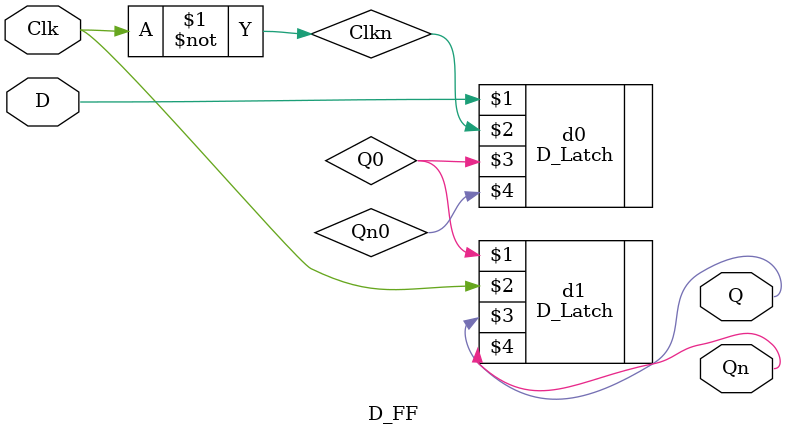
<source format=v>
`include "D_Latch.v"

`ifndef D_FF_V
`define D_FF_V

module D_FF (
    input D,
    input Clk,
    output Q,
    output Qn
);
    wire Clkn, Q0, Qn0;
    not i0 (Clkn, Clk);
    D_Latch d0 (D, Clkn, Q0, Qn0); //主锁存器
    D_Latch d1 (Q0, Clk, Q, Qn); //从锁存器
endmodule

`endif
</source>
